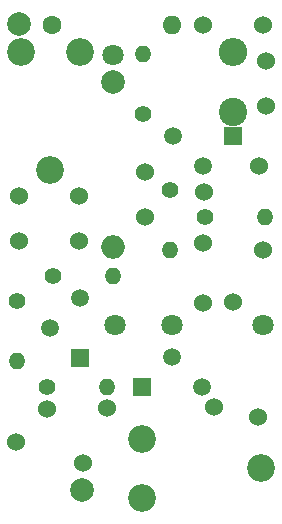
<source format=gbs>
%TF.GenerationSoftware,KiCad,Pcbnew,7.0.1-0*%
%TF.CreationDate,2023-07-16T16:48:42+03:00*%
%TF.ProjectId,HC2000-Modulator,48433230-3030-42d4-9d6f-64756c61746f,rev?*%
%TF.SameCoordinates,Original*%
%TF.FileFunction,Soldermask,Bot*%
%TF.FilePolarity,Negative*%
%FSLAX46Y46*%
G04 Gerber Fmt 4.6, Leading zero omitted, Abs format (unit mm)*
G04 Created by KiCad (PCBNEW 7.0.1-0) date 2023-07-16 16:48:42*
%MOMM*%
%LPD*%
G01*
G04 APERTURE LIST*
%ADD10C,2.000000*%
%ADD11O,2.000000X2.000000*%
%ADD12C,1.600000*%
%ADD13O,1.600000X1.600000*%
%ADD14R,1.500000X1.500000*%
%ADD15C,1.500000*%
%ADD16C,1.400000*%
%ADD17O,1.400000X1.400000*%
%ADD18C,1.524000*%
%ADD19C,1.800000*%
%ADD20C,2.400000*%
%ADD21O,2.400000X2.400000*%
%ADD22C,2.340000*%
G04 APERTURE END LIST*
D10*
X271678000Y-165551000D03*
D11*
X271678000Y-179521000D03*
D12*
X266471000Y-160730000D03*
D13*
X276631000Y-160730000D03*
D14*
X268884000Y-188924000D03*
D15*
X266344000Y-186384000D03*
X268884000Y-183844000D03*
D16*
X266598000Y-181939000D03*
D17*
X271678000Y-181939000D03*
D16*
X276504000Y-174700000D03*
D17*
X276504000Y-179780000D03*
D16*
X274218000Y-168223000D03*
D17*
X274218000Y-163143000D03*
D18*
X279392956Y-174814900D03*
X283997000Y-172668000D03*
X279298000Y-184225000D03*
X279298000Y-179145000D03*
D16*
X266090000Y-191337000D03*
D17*
X271170000Y-191337000D03*
D18*
X284378000Y-160730000D03*
X279298000Y-160730000D03*
X284632000Y-167588000D03*
X284632000Y-163778000D03*
D19*
X284378000Y-186130000D03*
D14*
X281838000Y-170128000D03*
D15*
X279298000Y-172668000D03*
X276758000Y-170128000D03*
D19*
X276631000Y-186130000D03*
D18*
X274345000Y-176986000D03*
X274345000Y-173176000D03*
D20*
X281838000Y-168096000D03*
D21*
X281838000Y-163016000D03*
D10*
X263677000Y-160603000D03*
D19*
X271805000Y-186130000D03*
D18*
X281838000Y-184138705D03*
X284378000Y-179739295D03*
X268757000Y-175208000D03*
X268757000Y-179018000D03*
D14*
X274091000Y-191345000D03*
D15*
X276631000Y-188805000D03*
X279171000Y-191345000D03*
D18*
X263677000Y-175208000D03*
X263677000Y-179018000D03*
X269103778Y-197755810D03*
X271170000Y-193115000D03*
D19*
X271678000Y-163270000D03*
D18*
X266090000Y-193242000D03*
X263491586Y-196028458D03*
D16*
X279425000Y-176986000D03*
D17*
X284505000Y-176986000D03*
D10*
X269011000Y-200100000D03*
D16*
X263550000Y-184098000D03*
D17*
X263550000Y-189178000D03*
D22*
X263884000Y-163016000D03*
X266384000Y-173016000D03*
X268884000Y-163016000D03*
D18*
X280235825Y-193067468D03*
X283948175Y-193924532D03*
D22*
X274171000Y-200718000D03*
X284171000Y-198218000D03*
X274171000Y-195718000D03*
M02*

</source>
